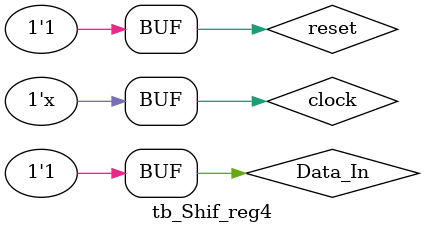
<source format=v>
module Shif_reg4 (Data_out, Data_In, clock, reset); 
output Data_out; 
input Data_In, clock, reset; 
reg [3: 0] Data_reg; 
assign Data_out = Data_reg[0]; 
always @ (posedge clock) 
begin 
if (reset == 1'b0) Data_reg <= 4'b0; 
else Data_reg <= {Data_In, Data_reg[3:1]}; 
end 
endmodule 


module tb_Shif_reg4(); 
reg Data_In,reset;
reg clock =0;
wire Data_out;
Shif_reg4 DUT(Data_out, Data_In, clock, reset);

always #5 clock=~clock;      // clock declaration
initial
begin
Data_In=1'b0; reset=0; // apply serial input
#10 reset=1'b1;
#10 Data_In=1'b1; 
#9 Data_In=1'b0; 
#9 Data_In=1'b1; 
end
endmodule

</source>
